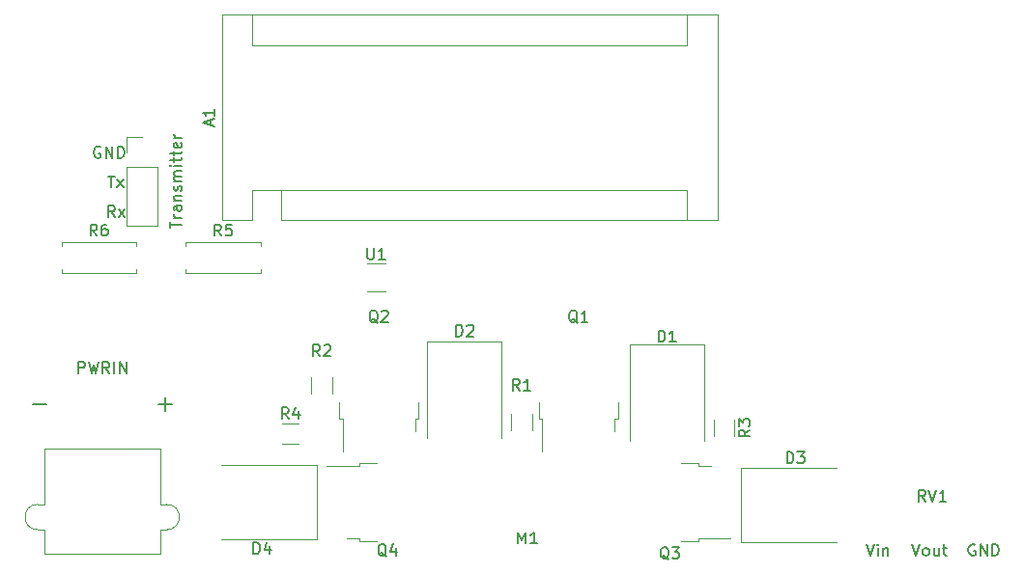
<source format=gbr>
%TF.GenerationSoftware,KiCad,Pcbnew,6.0.7*%
%TF.CreationDate,2022-11-09T15:14:02-05:00*%
%TF.ProjectId,Actuator Driver,41637475-6174-46f7-9220-447269766572,rev?*%
%TF.SameCoordinates,Original*%
%TF.FileFunction,Legend,Top*%
%TF.FilePolarity,Positive*%
%FSLAX46Y46*%
G04 Gerber Fmt 4.6, Leading zero omitted, Abs format (unit mm)*
G04 Created by KiCad (PCBNEW 6.0.7) date 2022-11-09 15:14:02*
%MOMM*%
%LPD*%
G01*
G04 APERTURE LIST*
%ADD10C,0.150000*%
%ADD11C,0.120000*%
G04 APERTURE END LIST*
D10*
X189488095Y-133500000D02*
X189392857Y-133452380D01*
X189250000Y-133452380D01*
X189107142Y-133500000D01*
X189011904Y-133595238D01*
X188964285Y-133690476D01*
X188916666Y-133880952D01*
X188916666Y-134023809D01*
X188964285Y-134214285D01*
X189011904Y-134309523D01*
X189107142Y-134404761D01*
X189250000Y-134452380D01*
X189345238Y-134452380D01*
X189488095Y-134404761D01*
X189535714Y-134357142D01*
X189535714Y-134023809D01*
X189345238Y-134023809D01*
X189964285Y-134452380D02*
X189964285Y-133452380D01*
X190535714Y-134452380D01*
X190535714Y-133452380D01*
X191011904Y-134452380D02*
X191011904Y-133452380D01*
X191250000Y-133452380D01*
X191392857Y-133500000D01*
X191488095Y-133595238D01*
X191535714Y-133690476D01*
X191583333Y-133880952D01*
X191583333Y-134023809D01*
X191535714Y-134214285D01*
X191488095Y-134309523D01*
X191392857Y-134404761D01*
X191250000Y-134452380D01*
X191011904Y-134452380D01*
X114104761Y-104752380D02*
X113771428Y-104276190D01*
X113533333Y-104752380D02*
X113533333Y-103752380D01*
X113914285Y-103752380D01*
X114009523Y-103800000D01*
X114057142Y-103847619D01*
X114104761Y-103942857D01*
X114104761Y-104085714D01*
X114057142Y-104180952D01*
X114009523Y-104228571D01*
X113914285Y-104276190D01*
X113533333Y-104276190D01*
X114438095Y-104752380D02*
X114961904Y-104085714D01*
X114438095Y-104085714D02*
X114961904Y-104752380D01*
X183976190Y-133452380D02*
X184309523Y-134452380D01*
X184642857Y-133452380D01*
X185119047Y-134452380D02*
X185023809Y-134404761D01*
X184976190Y-134357142D01*
X184928571Y-134261904D01*
X184928571Y-133976190D01*
X184976190Y-133880952D01*
X185023809Y-133833333D01*
X185119047Y-133785714D01*
X185261904Y-133785714D01*
X185357142Y-133833333D01*
X185404761Y-133880952D01*
X185452380Y-133976190D01*
X185452380Y-134261904D01*
X185404761Y-134357142D01*
X185357142Y-134404761D01*
X185261904Y-134452380D01*
X185119047Y-134452380D01*
X186309523Y-133785714D02*
X186309523Y-134452380D01*
X185880952Y-133785714D02*
X185880952Y-134309523D01*
X185928571Y-134404761D01*
X186023809Y-134452380D01*
X186166666Y-134452380D01*
X186261904Y-134404761D01*
X186309523Y-134357142D01*
X186642857Y-133785714D02*
X187023809Y-133785714D01*
X186785714Y-133452380D02*
X186785714Y-134309523D01*
X186833333Y-134404761D01*
X186928571Y-134452380D01*
X187023809Y-134452380D01*
X113509523Y-101152380D02*
X114080952Y-101152380D01*
X113795238Y-102152380D02*
X113795238Y-101152380D01*
X114319047Y-102152380D02*
X114842857Y-101485714D01*
X114319047Y-101485714D02*
X114842857Y-102152380D01*
X179976190Y-133452380D02*
X180309523Y-134452380D01*
X180642857Y-133452380D01*
X180976190Y-134452380D02*
X180976190Y-133785714D01*
X180976190Y-133452380D02*
X180928571Y-133500000D01*
X180976190Y-133547619D01*
X181023809Y-133500000D01*
X180976190Y-133452380D01*
X180976190Y-133547619D01*
X181452380Y-133785714D02*
X181452380Y-134452380D01*
X181452380Y-133880952D02*
X181500000Y-133833333D01*
X181595238Y-133785714D01*
X181738095Y-133785714D01*
X181833333Y-133833333D01*
X181880952Y-133928571D01*
X181880952Y-134452380D01*
X112838095Y-98600000D02*
X112742857Y-98552380D01*
X112600000Y-98552380D01*
X112457142Y-98600000D01*
X112361904Y-98695238D01*
X112314285Y-98790476D01*
X112266666Y-98980952D01*
X112266666Y-99123809D01*
X112314285Y-99314285D01*
X112361904Y-99409523D01*
X112457142Y-99504761D01*
X112600000Y-99552380D01*
X112695238Y-99552380D01*
X112838095Y-99504761D01*
X112885714Y-99457142D01*
X112885714Y-99123809D01*
X112695238Y-99123809D01*
X113314285Y-99552380D02*
X113314285Y-98552380D01*
X113885714Y-99552380D01*
X113885714Y-98552380D01*
X114361904Y-99552380D02*
X114361904Y-98552380D01*
X114600000Y-98552380D01*
X114742857Y-98600000D01*
X114838095Y-98695238D01*
X114885714Y-98790476D01*
X114933333Y-98980952D01*
X114933333Y-99123809D01*
X114885714Y-99314285D01*
X114838095Y-99409523D01*
X114742857Y-99504761D01*
X114600000Y-99552380D01*
X114361904Y-99552380D01*
%TO.C,Q3*%
X162654761Y-134797619D02*
X162559523Y-134750000D01*
X162464285Y-134654761D01*
X162321428Y-134511904D01*
X162226190Y-134464285D01*
X162130952Y-134464285D01*
X162178571Y-134702380D02*
X162083333Y-134654761D01*
X161988095Y-134559523D01*
X161940476Y-134369047D01*
X161940476Y-134035714D01*
X161988095Y-133845238D01*
X162083333Y-133750000D01*
X162178571Y-133702380D01*
X162369047Y-133702380D01*
X162464285Y-133750000D01*
X162559523Y-133845238D01*
X162607142Y-134035714D01*
X162607142Y-134369047D01*
X162559523Y-134559523D01*
X162464285Y-134654761D01*
X162369047Y-134702380D01*
X162178571Y-134702380D01*
X162940476Y-133702380D02*
X163559523Y-133702380D01*
X163226190Y-134083333D01*
X163369047Y-134083333D01*
X163464285Y-134130952D01*
X163511904Y-134178571D01*
X163559523Y-134273809D01*
X163559523Y-134511904D01*
X163511904Y-134607142D01*
X163464285Y-134654761D01*
X163369047Y-134702380D01*
X163083333Y-134702380D01*
X162988095Y-134654761D01*
X162940476Y-134607142D01*
%TO.C,R5*%
X123433333Y-106382380D02*
X123100000Y-105906190D01*
X122861904Y-106382380D02*
X122861904Y-105382380D01*
X123242857Y-105382380D01*
X123338095Y-105430000D01*
X123385714Y-105477619D01*
X123433333Y-105572857D01*
X123433333Y-105715714D01*
X123385714Y-105810952D01*
X123338095Y-105858571D01*
X123242857Y-105906190D01*
X122861904Y-105906190D01*
X124338095Y-105382380D02*
X123861904Y-105382380D01*
X123814285Y-105858571D01*
X123861904Y-105810952D01*
X123957142Y-105763333D01*
X124195238Y-105763333D01*
X124290476Y-105810952D01*
X124338095Y-105858571D01*
X124385714Y-105953809D01*
X124385714Y-106191904D01*
X124338095Y-106287142D01*
X124290476Y-106334761D01*
X124195238Y-106382380D01*
X123957142Y-106382380D01*
X123861904Y-106334761D01*
X123814285Y-106287142D01*
%TO.C,R1*%
X149583333Y-119952380D02*
X149250000Y-119476190D01*
X149011904Y-119952380D02*
X149011904Y-118952380D01*
X149392857Y-118952380D01*
X149488095Y-119000000D01*
X149535714Y-119047619D01*
X149583333Y-119142857D01*
X149583333Y-119285714D01*
X149535714Y-119380952D01*
X149488095Y-119428571D01*
X149392857Y-119476190D01*
X149011904Y-119476190D01*
X150535714Y-119952380D02*
X149964285Y-119952380D01*
X150250000Y-119952380D02*
X150250000Y-118952380D01*
X150154761Y-119095238D01*
X150059523Y-119190476D01*
X149964285Y-119238095D01*
%TO.C,D1*%
X161761904Y-115702380D02*
X161761904Y-114702380D01*
X162000000Y-114702380D01*
X162142857Y-114750000D01*
X162238095Y-114845238D01*
X162285714Y-114940476D01*
X162333333Y-115130952D01*
X162333333Y-115273809D01*
X162285714Y-115464285D01*
X162238095Y-115559523D01*
X162142857Y-115654761D01*
X162000000Y-115702380D01*
X161761904Y-115702380D01*
X163285714Y-115702380D02*
X162714285Y-115702380D01*
X163000000Y-115702380D02*
X163000000Y-114702380D01*
X162904761Y-114845238D01*
X162809523Y-114940476D01*
X162714285Y-114988095D01*
%TO.C,D3*%
X173011904Y-126352380D02*
X173011904Y-125352380D01*
X173250000Y-125352380D01*
X173392857Y-125400000D01*
X173488095Y-125495238D01*
X173535714Y-125590476D01*
X173583333Y-125780952D01*
X173583333Y-125923809D01*
X173535714Y-126114285D01*
X173488095Y-126209523D01*
X173392857Y-126304761D01*
X173250000Y-126352380D01*
X173011904Y-126352380D01*
X173916666Y-125352380D02*
X174535714Y-125352380D01*
X174202380Y-125733333D01*
X174345238Y-125733333D01*
X174440476Y-125780952D01*
X174488095Y-125828571D01*
X174535714Y-125923809D01*
X174535714Y-126161904D01*
X174488095Y-126257142D01*
X174440476Y-126304761D01*
X174345238Y-126352380D01*
X174059523Y-126352380D01*
X173964285Y-126304761D01*
X173916666Y-126257142D01*
%TO.C,PWRIN*%
X110904761Y-118452380D02*
X110904761Y-117452380D01*
X111285714Y-117452380D01*
X111380952Y-117500000D01*
X111428571Y-117547619D01*
X111476190Y-117642857D01*
X111476190Y-117785714D01*
X111428571Y-117880952D01*
X111380952Y-117928571D01*
X111285714Y-117976190D01*
X110904761Y-117976190D01*
X111809523Y-117452380D02*
X112047619Y-118452380D01*
X112238095Y-117738095D01*
X112428571Y-118452380D01*
X112666666Y-117452380D01*
X113619047Y-118452380D02*
X113285714Y-117976190D01*
X113047619Y-118452380D02*
X113047619Y-117452380D01*
X113428571Y-117452380D01*
X113523809Y-117500000D01*
X113571428Y-117547619D01*
X113619047Y-117642857D01*
X113619047Y-117785714D01*
X113571428Y-117880952D01*
X113523809Y-117928571D01*
X113428571Y-117976190D01*
X113047619Y-117976190D01*
X114047619Y-118452380D02*
X114047619Y-117452380D01*
X114523809Y-118452380D02*
X114523809Y-117452380D01*
X115095238Y-118452380D01*
X115095238Y-117452380D01*
X106928571Y-121182142D02*
X108071428Y-121182142D01*
X117928571Y-121182142D02*
X119071428Y-121182142D01*
X118500000Y-121753571D02*
X118500000Y-120610714D01*
%TO.C,D2*%
X144011904Y-115202380D02*
X144011904Y-114202380D01*
X144250000Y-114202380D01*
X144392857Y-114250000D01*
X144488095Y-114345238D01*
X144535714Y-114440476D01*
X144583333Y-114630952D01*
X144583333Y-114773809D01*
X144535714Y-114964285D01*
X144488095Y-115059523D01*
X144392857Y-115154761D01*
X144250000Y-115202380D01*
X144011904Y-115202380D01*
X144964285Y-114297619D02*
X145011904Y-114250000D01*
X145107142Y-114202380D01*
X145345238Y-114202380D01*
X145440476Y-114250000D01*
X145488095Y-114297619D01*
X145535714Y-114392857D01*
X145535714Y-114488095D01*
X145488095Y-114630952D01*
X144916666Y-115202380D01*
X145535714Y-115202380D01*
%TO.C,R6*%
X112533333Y-106382380D02*
X112200000Y-105906190D01*
X111961904Y-106382380D02*
X111961904Y-105382380D01*
X112342857Y-105382380D01*
X112438095Y-105430000D01*
X112485714Y-105477619D01*
X112533333Y-105572857D01*
X112533333Y-105715714D01*
X112485714Y-105810952D01*
X112438095Y-105858571D01*
X112342857Y-105906190D01*
X111961904Y-105906190D01*
X113390476Y-105382380D02*
X113200000Y-105382380D01*
X113104761Y-105430000D01*
X113057142Y-105477619D01*
X112961904Y-105620476D01*
X112914285Y-105810952D01*
X112914285Y-106191904D01*
X112961904Y-106287142D01*
X113009523Y-106334761D01*
X113104761Y-106382380D01*
X113295238Y-106382380D01*
X113390476Y-106334761D01*
X113438095Y-106287142D01*
X113485714Y-106191904D01*
X113485714Y-105953809D01*
X113438095Y-105858571D01*
X113390476Y-105810952D01*
X113295238Y-105763333D01*
X113104761Y-105763333D01*
X113009523Y-105810952D01*
X112961904Y-105858571D01*
X112914285Y-105953809D01*
%TO.C,R2*%
X132083333Y-116952380D02*
X131750000Y-116476190D01*
X131511904Y-116952380D02*
X131511904Y-115952380D01*
X131892857Y-115952380D01*
X131988095Y-116000000D01*
X132035714Y-116047619D01*
X132083333Y-116142857D01*
X132083333Y-116285714D01*
X132035714Y-116380952D01*
X131988095Y-116428571D01*
X131892857Y-116476190D01*
X131511904Y-116476190D01*
X132464285Y-116047619D02*
X132511904Y-116000000D01*
X132607142Y-115952380D01*
X132845238Y-115952380D01*
X132940476Y-116000000D01*
X132988095Y-116047619D01*
X133035714Y-116142857D01*
X133035714Y-116238095D01*
X132988095Y-116380952D01*
X132416666Y-116952380D01*
X133035714Y-116952380D01*
%TO.C,Transmitter*%
X118952380Y-105719047D02*
X118952380Y-105147619D01*
X119952380Y-105433333D02*
X118952380Y-105433333D01*
X119952380Y-104814285D02*
X119285714Y-104814285D01*
X119476190Y-104814285D02*
X119380952Y-104766666D01*
X119333333Y-104719047D01*
X119285714Y-104623809D01*
X119285714Y-104528571D01*
X119952380Y-103766666D02*
X119428571Y-103766666D01*
X119333333Y-103814285D01*
X119285714Y-103909523D01*
X119285714Y-104100000D01*
X119333333Y-104195238D01*
X119904761Y-103766666D02*
X119952380Y-103861904D01*
X119952380Y-104100000D01*
X119904761Y-104195238D01*
X119809523Y-104242857D01*
X119714285Y-104242857D01*
X119619047Y-104195238D01*
X119571428Y-104100000D01*
X119571428Y-103861904D01*
X119523809Y-103766666D01*
X119285714Y-103290476D02*
X119952380Y-103290476D01*
X119380952Y-103290476D02*
X119333333Y-103242857D01*
X119285714Y-103147619D01*
X119285714Y-103004761D01*
X119333333Y-102909523D01*
X119428571Y-102861904D01*
X119952380Y-102861904D01*
X119904761Y-102433333D02*
X119952380Y-102338095D01*
X119952380Y-102147619D01*
X119904761Y-102052380D01*
X119809523Y-102004761D01*
X119761904Y-102004761D01*
X119666666Y-102052380D01*
X119619047Y-102147619D01*
X119619047Y-102290476D01*
X119571428Y-102385714D01*
X119476190Y-102433333D01*
X119428571Y-102433333D01*
X119333333Y-102385714D01*
X119285714Y-102290476D01*
X119285714Y-102147619D01*
X119333333Y-102052380D01*
X119952380Y-101576190D02*
X119285714Y-101576190D01*
X119380952Y-101576190D02*
X119333333Y-101528571D01*
X119285714Y-101433333D01*
X119285714Y-101290476D01*
X119333333Y-101195238D01*
X119428571Y-101147619D01*
X119952380Y-101147619D01*
X119428571Y-101147619D02*
X119333333Y-101100000D01*
X119285714Y-101004761D01*
X119285714Y-100861904D01*
X119333333Y-100766666D01*
X119428571Y-100719047D01*
X119952380Y-100719047D01*
X119952380Y-100242857D02*
X119285714Y-100242857D01*
X118952380Y-100242857D02*
X119000000Y-100290476D01*
X119047619Y-100242857D01*
X119000000Y-100195238D01*
X118952380Y-100242857D01*
X119047619Y-100242857D01*
X119285714Y-99909523D02*
X119285714Y-99528571D01*
X118952380Y-99766666D02*
X119809523Y-99766666D01*
X119904761Y-99719047D01*
X119952380Y-99623809D01*
X119952380Y-99528571D01*
X119285714Y-99338095D02*
X119285714Y-98957142D01*
X118952380Y-99195238D02*
X119809523Y-99195238D01*
X119904761Y-99147619D01*
X119952380Y-99052380D01*
X119952380Y-98957142D01*
X119904761Y-98242857D02*
X119952380Y-98338095D01*
X119952380Y-98528571D01*
X119904761Y-98623809D01*
X119809523Y-98671428D01*
X119428571Y-98671428D01*
X119333333Y-98623809D01*
X119285714Y-98528571D01*
X119285714Y-98338095D01*
X119333333Y-98242857D01*
X119428571Y-98195238D01*
X119523809Y-98195238D01*
X119619047Y-98671428D01*
X119952380Y-97766666D02*
X119285714Y-97766666D01*
X119476190Y-97766666D02*
X119380952Y-97719047D01*
X119333333Y-97671428D01*
X119285714Y-97576190D01*
X119285714Y-97480952D01*
%TO.C,R3*%
X169772380Y-123416666D02*
X169296190Y-123750000D01*
X169772380Y-123988095D02*
X168772380Y-123988095D01*
X168772380Y-123607142D01*
X168820000Y-123511904D01*
X168867619Y-123464285D01*
X168962857Y-123416666D01*
X169105714Y-123416666D01*
X169200952Y-123464285D01*
X169248571Y-123511904D01*
X169296190Y-123607142D01*
X169296190Y-123988095D01*
X168772380Y-123083333D02*
X168772380Y-122464285D01*
X169153333Y-122797619D01*
X169153333Y-122654761D01*
X169200952Y-122559523D01*
X169248571Y-122511904D01*
X169343809Y-122464285D01*
X169581904Y-122464285D01*
X169677142Y-122511904D01*
X169724761Y-122559523D01*
X169772380Y-122654761D01*
X169772380Y-122940476D01*
X169724761Y-123035714D01*
X169677142Y-123083333D01*
%TO.C,RV1*%
X185154761Y-129702380D02*
X184821428Y-129226190D01*
X184583333Y-129702380D02*
X184583333Y-128702380D01*
X184964285Y-128702380D01*
X185059523Y-128750000D01*
X185107142Y-128797619D01*
X185154761Y-128892857D01*
X185154761Y-129035714D01*
X185107142Y-129130952D01*
X185059523Y-129178571D01*
X184964285Y-129226190D01*
X184583333Y-129226190D01*
X185440476Y-128702380D02*
X185773809Y-129702380D01*
X186107142Y-128702380D01*
X186964285Y-129702380D02*
X186392857Y-129702380D01*
X186678571Y-129702380D02*
X186678571Y-128702380D01*
X186583333Y-128845238D01*
X186488095Y-128940476D01*
X186392857Y-128988095D01*
%TO.C,M1*%
X149440476Y-133402380D02*
X149440476Y-132402380D01*
X149773809Y-133116666D01*
X150107142Y-132402380D01*
X150107142Y-133402380D01*
X151107142Y-133402380D02*
X150535714Y-133402380D01*
X150821428Y-133402380D02*
X150821428Y-132402380D01*
X150726190Y-132545238D01*
X150630952Y-132640476D01*
X150535714Y-132688095D01*
%TO.C,A1*%
X122536666Y-96704285D02*
X122536666Y-96228095D01*
X122822380Y-96799523D02*
X121822380Y-96466190D01*
X122822380Y-96132857D01*
X122822380Y-95275714D02*
X122822380Y-95847142D01*
X122822380Y-95561428D02*
X121822380Y-95561428D01*
X121965238Y-95656666D01*
X122060476Y-95751904D01*
X122108095Y-95847142D01*
%TO.C,Q2*%
X137154761Y-114047619D02*
X137059523Y-114000000D01*
X136964285Y-113904761D01*
X136821428Y-113761904D01*
X136726190Y-113714285D01*
X136630952Y-113714285D01*
X136678571Y-113952380D02*
X136583333Y-113904761D01*
X136488095Y-113809523D01*
X136440476Y-113619047D01*
X136440476Y-113285714D01*
X136488095Y-113095238D01*
X136583333Y-113000000D01*
X136678571Y-112952380D01*
X136869047Y-112952380D01*
X136964285Y-113000000D01*
X137059523Y-113095238D01*
X137107142Y-113285714D01*
X137107142Y-113619047D01*
X137059523Y-113809523D01*
X136964285Y-113904761D01*
X136869047Y-113952380D01*
X136678571Y-113952380D01*
X137488095Y-113047619D02*
X137535714Y-113000000D01*
X137630952Y-112952380D01*
X137869047Y-112952380D01*
X137964285Y-113000000D01*
X138011904Y-113047619D01*
X138059523Y-113142857D01*
X138059523Y-113238095D01*
X138011904Y-113380952D01*
X137440476Y-113952380D01*
X138059523Y-113952380D01*
%TO.C,R4*%
X129333333Y-122452380D02*
X129000000Y-121976190D01*
X128761904Y-122452380D02*
X128761904Y-121452380D01*
X129142857Y-121452380D01*
X129238095Y-121500000D01*
X129285714Y-121547619D01*
X129333333Y-121642857D01*
X129333333Y-121785714D01*
X129285714Y-121880952D01*
X129238095Y-121928571D01*
X129142857Y-121976190D01*
X128761904Y-121976190D01*
X130190476Y-121785714D02*
X130190476Y-122452380D01*
X129952380Y-121404761D02*
X129714285Y-122119047D01*
X130333333Y-122119047D01*
%TO.C,D4*%
X126261904Y-134302380D02*
X126261904Y-133302380D01*
X126500000Y-133302380D01*
X126642857Y-133350000D01*
X126738095Y-133445238D01*
X126785714Y-133540476D01*
X126833333Y-133730952D01*
X126833333Y-133873809D01*
X126785714Y-134064285D01*
X126738095Y-134159523D01*
X126642857Y-134254761D01*
X126500000Y-134302380D01*
X126261904Y-134302380D01*
X127690476Y-133635714D02*
X127690476Y-134302380D01*
X127452380Y-133254761D02*
X127214285Y-133969047D01*
X127833333Y-133969047D01*
%TO.C,Q1*%
X154654761Y-114047619D02*
X154559523Y-114000000D01*
X154464285Y-113904761D01*
X154321428Y-113761904D01*
X154226190Y-113714285D01*
X154130952Y-113714285D01*
X154178571Y-113952380D02*
X154083333Y-113904761D01*
X153988095Y-113809523D01*
X153940476Y-113619047D01*
X153940476Y-113285714D01*
X153988095Y-113095238D01*
X154083333Y-113000000D01*
X154178571Y-112952380D01*
X154369047Y-112952380D01*
X154464285Y-113000000D01*
X154559523Y-113095238D01*
X154607142Y-113285714D01*
X154607142Y-113619047D01*
X154559523Y-113809523D01*
X154464285Y-113904761D01*
X154369047Y-113952380D01*
X154178571Y-113952380D01*
X155559523Y-113952380D02*
X154988095Y-113952380D01*
X155273809Y-113952380D02*
X155273809Y-112952380D01*
X155178571Y-113095238D01*
X155083333Y-113190476D01*
X154988095Y-113238095D01*
%TO.C,Q4*%
X137904761Y-134547619D02*
X137809523Y-134500000D01*
X137714285Y-134404761D01*
X137571428Y-134261904D01*
X137476190Y-134214285D01*
X137380952Y-134214285D01*
X137428571Y-134452380D02*
X137333333Y-134404761D01*
X137238095Y-134309523D01*
X137190476Y-134119047D01*
X137190476Y-133785714D01*
X137238095Y-133595238D01*
X137333333Y-133500000D01*
X137428571Y-133452380D01*
X137619047Y-133452380D01*
X137714285Y-133500000D01*
X137809523Y-133595238D01*
X137857142Y-133785714D01*
X137857142Y-134119047D01*
X137809523Y-134309523D01*
X137714285Y-134404761D01*
X137619047Y-134452380D01*
X137428571Y-134452380D01*
X138714285Y-133785714D02*
X138714285Y-134452380D01*
X138476190Y-133404761D02*
X138238095Y-134119047D01*
X138857142Y-134119047D01*
%TO.C,U1*%
X136238095Y-107452380D02*
X136238095Y-108261904D01*
X136285714Y-108357142D01*
X136333333Y-108404761D01*
X136428571Y-108452380D01*
X136619047Y-108452380D01*
X136714285Y-108404761D01*
X136761904Y-108357142D01*
X136809523Y-108261904D01*
X136809523Y-107452380D01*
X137809523Y-108452380D02*
X137238095Y-108452380D01*
X137523809Y-108452380D02*
X137523809Y-107452380D01*
X137428571Y-107595238D01*
X137333333Y-107690476D01*
X137238095Y-107738095D01*
D11*
%TO.C,Q3*%
X165220000Y-133200000D02*
X165220000Y-132930000D01*
X165220000Y-126570000D02*
X166320000Y-126570000D01*
X165220000Y-126300000D02*
X165220000Y-126570000D01*
X165220000Y-132930000D02*
X168050000Y-132930000D01*
X163720000Y-126300000D02*
X165220000Y-126300000D01*
X163720000Y-133200000D02*
X165220000Y-133200000D01*
%TO.C,R5*%
X120330000Y-109670000D02*
X126870000Y-109670000D01*
X120330000Y-106930000D02*
X126870000Y-106930000D01*
X126870000Y-109670000D02*
X126870000Y-109340000D01*
X120330000Y-109340000D02*
X120330000Y-109670000D01*
X120330000Y-107260000D02*
X120330000Y-106930000D01*
X126870000Y-106930000D02*
X126870000Y-107260000D01*
%TO.C,R1*%
X150660000Y-123477064D02*
X150660000Y-122022936D01*
X148840000Y-123477064D02*
X148840000Y-122022936D01*
%TO.C,D1*%
X159250000Y-115950000D02*
X165750000Y-115950000D01*
X159250000Y-115950000D02*
X159250000Y-124350000D01*
X165750000Y-115950000D02*
X165750000Y-124350000D01*
%TO.C,D3*%
X168950000Y-133250000D02*
X168950000Y-126750000D01*
X168950000Y-133250000D02*
X177350000Y-133250000D01*
X168950000Y-126750000D02*
X177350000Y-126750000D01*
%TO.C,PWRIN*%
X118060000Y-134285000D02*
X107940000Y-134285000D01*
X118060000Y-125065000D02*
X107940000Y-125065000D01*
X107940000Y-134285000D02*
X107940000Y-132185000D01*
X107940000Y-129965000D02*
X107940000Y-125065000D01*
X107940000Y-129965000D02*
X107350000Y-129965000D01*
X118650000Y-132185000D02*
X118060000Y-132185000D01*
X118060000Y-134285000D02*
X118060000Y-132185000D01*
X107940000Y-132185000D02*
X107350000Y-132185000D01*
X118060000Y-129965000D02*
X118060000Y-125065000D01*
X118650000Y-129965000D02*
X118060000Y-129965000D01*
X107350000Y-129965000D02*
G75*
G03*
X107350000Y-132185000I0J-1110000D01*
G01*
X118650000Y-132185000D02*
G75*
G03*
X118650000Y-129965000I0J1110000D01*
G01*
%TO.C,D2*%
X148000000Y-115700000D02*
X148000000Y-124100000D01*
X141500000Y-115700000D02*
X148000000Y-115700000D01*
X141500000Y-115700000D02*
X141500000Y-124100000D01*
%TO.C,R6*%
X115970000Y-106930000D02*
X115970000Y-107260000D01*
X109430000Y-107260000D02*
X109430000Y-106930000D01*
X109430000Y-109670000D02*
X115970000Y-109670000D01*
X109430000Y-106930000D02*
X115970000Y-106930000D01*
X109430000Y-109340000D02*
X109430000Y-109670000D01*
X115970000Y-109670000D02*
X115970000Y-109340000D01*
%TO.C,R2*%
X131340000Y-118772936D02*
X131340000Y-120227064D01*
X133160000Y-118772936D02*
X133160000Y-120227064D01*
%TO.C,Transmitter*%
X115170000Y-100345000D02*
X117830000Y-100345000D01*
X115170000Y-97745000D02*
X116500000Y-97745000D01*
X117830000Y-100345000D02*
X117830000Y-105485000D01*
X115170000Y-99075000D02*
X115170000Y-97745000D01*
X115170000Y-100345000D02*
X115170000Y-105485000D01*
X115170000Y-105485000D02*
X117830000Y-105485000D01*
%TO.C,R3*%
X166590000Y-122522936D02*
X166590000Y-123977064D01*
X168410000Y-122522936D02*
X168410000Y-123977064D01*
%TO.C,A1*%
X128720000Y-102340000D02*
X126180000Y-102340000D01*
X166950000Y-86970000D02*
X123510000Y-86970000D01*
X126180000Y-89640000D02*
X164280000Y-89640000D01*
X166950000Y-105010000D02*
X166950000Y-86970000D01*
X128720000Y-105010000D02*
X166950000Y-105010000D01*
X126180000Y-89640000D02*
X126180000Y-86970000D01*
X128720000Y-102340000D02*
X128720000Y-105010000D01*
X126180000Y-102340000D02*
X126180000Y-105010000D01*
X164280000Y-102340000D02*
X164280000Y-105010000D01*
X123510000Y-86970000D02*
X123510000Y-105010000D01*
X128720000Y-102340000D02*
X164280000Y-102340000D01*
X123510000Y-105010000D02*
X126180000Y-105010000D01*
X164280000Y-89640000D02*
X164280000Y-86970000D01*
%TO.C,Q2*%
X133800000Y-122470000D02*
X134070000Y-122470000D01*
X134070000Y-122470000D02*
X134070000Y-125300000D01*
X133800000Y-120970000D02*
X133800000Y-122470000D01*
X140430000Y-122470000D02*
X140430000Y-123570000D01*
X140700000Y-122470000D02*
X140430000Y-122470000D01*
X140700000Y-120970000D02*
X140700000Y-122470000D01*
%TO.C,R4*%
X130227064Y-122840000D02*
X128772936Y-122840000D01*
X130227064Y-124660000D02*
X128772936Y-124660000D01*
%TO.C,D4*%
X131800000Y-126500000D02*
X123400000Y-126500000D01*
X131800000Y-126500000D02*
X131800000Y-133000000D01*
X131800000Y-133000000D02*
X123400000Y-133000000D01*
%TO.C,Q1*%
X158200000Y-122470000D02*
X157930000Y-122470000D01*
X151300000Y-120970000D02*
X151300000Y-122470000D01*
X151570000Y-122470000D02*
X151570000Y-125300000D01*
X158200000Y-120970000D02*
X158200000Y-122470000D01*
X157930000Y-122470000D02*
X157930000Y-123570000D01*
X151300000Y-122470000D02*
X151570000Y-122470000D01*
%TO.C,Q4*%
X135530000Y-133200000D02*
X135530000Y-132930000D01*
X135530000Y-132930000D02*
X134430000Y-132930000D01*
X137030000Y-133200000D02*
X135530000Y-133200000D01*
X135530000Y-126300000D02*
X135530000Y-126570000D01*
X135530000Y-126570000D02*
X132700000Y-126570000D01*
X137030000Y-126300000D02*
X135530000Y-126300000D01*
%TO.C,U1*%
X136199900Y-111231900D02*
X137800100Y-111231900D01*
X137800100Y-108768100D02*
X136199900Y-108768100D01*
%TD*%
M02*

</source>
